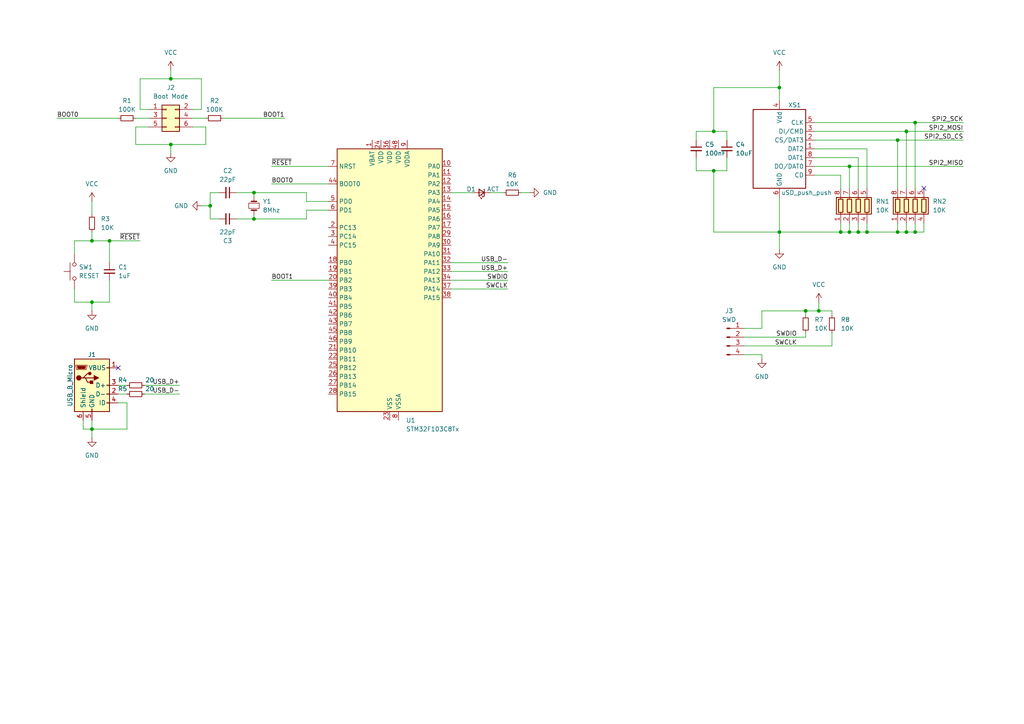
<source format=kicad_sch>
(kicad_sch (version 20231120) (generator "eeschema") (generator_version "8.0")
  (paper "A4")
  (lib_symbols
    (symbol "Connector:Conn_01x04_Pin" (pin_names (offset 1.016) hide)
      (property "Reference" "J" (at 0 5.08 0))
      (property "Value" "Conn_01x04_Pin" (at 0 -7.62 0))
      (symbol "Conn_01x04_Pin_1_1"
        (polyline (pts (xy 1.27 -5.08) (xy 0.8636 -5.08)) (stroke (width 0.1524)))
        (polyline (pts (xy 1.27 -2.54) (xy 0.8636 -2.54)) (stroke (width 0.1524)))
        (polyline (pts (xy 1.27 0) (xy 0.8636 0)) (stroke (width 0.1524)))
        (polyline (pts (xy 1.27 2.54) (xy 0.8636 2.54)) (stroke (width 0.1524)))
        (rectangle (start 0.8636 -4.953) (end 0 -5.207) (stroke (width 0.1524)) (fill (type outline)))
        (rectangle (start 0.8636 -2.413) (end 0 -2.667) (stroke (width 0.1524)) (fill (type outline)))
        (rectangle (start 0.8636 0.127) (end 0 -0.127) (stroke (width 0.1524)) (fill (type outline)))
        (rectangle (start 0.8636 2.667) (end 0 2.413) (stroke (width 0.1524)) (fill (type outline)))
        (pin passive line (at 5.08 2.54 180) (length 3.81) (name "Pin_1") (number "1"))
        (pin passive line (at 5.08 0 180) (length 3.81) (name "Pin_2") (number "2"))
        (pin passive line (at 5.08 -2.54 180) (length 3.81) (name "Pin_3") (number "3"))
        (pin passive line (at 5.08 -5.08 180) (length 3.81) (name "Pin_4") (number "4"))
      )
    )
    (symbol "Connector_Generic:Conn_02x03_Odd_Even" (pin_names (offset 1.016) hide)
      (property "Reference" "J" (at 1.27 5.08 0))
      (property "Value" "Conn_02x03_Odd_Even" (at 1.27 -5.08 0))
      (symbol "Conn_02x03_Odd_Even_1_1"
        (rectangle (start -1.27 -2.413) (end 0 -2.667) (stroke (width 0.1524)))
        (rectangle (start -1.27 0.127) (end 0 -0.127) (stroke (width 0.1524)))
        (rectangle (start -1.27 2.667) (end 0 2.413) (stroke (width 0.1524)))
        (rectangle (start -1.27 3.81) (end 3.81 -3.81) (stroke (width 0.254)) (fill (type background)))
        (rectangle (start 3.81 -2.413) (end 2.54 -2.667) (stroke (width 0.1524)))
        (rectangle (start 3.81 0.127) (end 2.54 -0.127) (stroke (width 0.1524)))
        (rectangle (start 3.81 2.667) (end 2.54 2.413) (stroke (width 0.1524)))
        (pin passive line (at -5.08 2.54 0) (length 3.81) (name "Pin_1") (number "1"))
        (pin passive line (at 7.62 2.54 180) (length 3.81) (name "Pin_2") (number "2"))
        (pin passive line (at -5.08 0 0) (length 3.81) (name "Pin_3") (number "3"))
        (pin passive line (at 7.62 0 180) (length 3.81) (name "Pin_4") (number "4"))
        (pin passive line (at -5.08 -2.54 0) (length 3.81) (name "Pin_5") (number "5"))
        (pin passive line (at 7.62 -2.54 180) (length 3.81) (name "Pin_6") (number "6"))
      )
    )
    (symbol "Device:C_Small" (pin_numbers hide) (pin_names (offset 0.254) hide)
      (property "Reference" "C" (at 0.254 1.778 0))
      (property "Value" "C_Small" (at 0.254 -2.032 0))
      (symbol "C_Small_0_1"
        (polyline (pts (xy -1.524 -0.508) (xy 1.524 -0.508)) (stroke (width 0.3302)))
        (polyline (pts (xy -1.524 0.508) (xy 1.524 0.508)) (stroke (width 0.3048)))
      )
      (symbol "C_Small_1_1"
        (pin passive line (at 0 2.54 270) (length 2.032) (name "~") (number "1"))
        (pin passive line (at 0 -2.54 90) (length 2.032) (name "~") (number "2"))
      )
    )
    (symbol "Device:Crystal_Small" (pin_numbers hide) (pin_names (offset 1.016) hide)
      (property "Reference" "Y" (at 0 2.54 0))
      (property "Value" "Crystal_Small" (at 0 -2.54 0))
      (symbol "Crystal_Small_0_1"
        (rectangle (start -0.762 -1.524) (end 0.762 1.524))
        (polyline (pts (xy -1.27 -0.762) (xy -1.27 0.762)) (stroke (width 0.381)))
        (polyline (pts (xy 1.27 -0.762) (xy 1.27 0.762)) (stroke (width 0.381)))
      )
      (symbol "Crystal_Small_1_1"
        (pin passive line (at -2.54 0 0) (length 1.27) (name "1") (number "1"))
        (pin passive line (at 2.54 0 180) (length 1.27) (name "2") (number "2"))
      )
    )
    (symbol "Device:LED_Small" (pin_numbers hide) (pin_names (offset 0.254) hide)
      (property "Reference" "D" (at -1.27 3.175 0))
      (property "Value" "LED_Small" (at -4.445 -2.54 0))
      (symbol "LED_Small_0_1"
        (polyline (pts (xy -0.762 -1.016) (xy -0.762 1.016)) (stroke (width 0.254)))
        (polyline (pts (xy 1.016 0) (xy -0.762 0)))
        (polyline (pts (xy 0.762 -1.016) (xy -0.762 0) (xy 0.762 1.016) (xy 0.762 -1.016)) (stroke (width 0.254)))
        (polyline (pts (xy 0 0.762) (xy -0.508 1.27) (xy -0.254 1.27) (xy -0.508 1.27) (xy -0.508 1.016)))
        (polyline (pts (xy 0.508 1.27) (xy 0 1.778) (xy 0.254 1.778) (xy 0 1.778) (xy 0 1.524)))
      )
      (symbol "LED_Small_1_1"
        (pin passive line (at -2.54 0 0) (length 1.778) (name "K") (number "1"))
        (pin passive line (at 2.54 0 180) (length 1.778) (name "A") (number "2"))
      )
    )
    (symbol "Device:R_Pack04" (pin_names (offset 0) hide)
      (property "Reference" "RN" (at -7.62 0 90))
      (property "Value" "R_Pack04" (at 5.08 0 90))
      (symbol "R_Pack04_0_1"
        (rectangle (start -6.35 -2.413) (end 3.81 2.413) (stroke (width 0.254)) (fill (type background)))
        (rectangle (start -5.715 1.905) (end -4.445 -1.905) (stroke (width 0.254)))
        (rectangle (start -3.175 1.905) (end -1.905 -1.905) (stroke (width 0.254)))
        (rectangle (start -0.635 1.905) (end 0.635 -1.905) (stroke (width 0.254)))
        (polyline (pts (xy -5.08 -2.54) (xy -5.08 -1.905)))
        (polyline (pts (xy -5.08 1.905) (xy -5.08 2.54)))
        (polyline (pts (xy -2.54 -2.54) (xy -2.54 -1.905)))
        (polyline (pts (xy -2.54 1.905) (xy -2.54 2.54)))
        (polyline (pts (xy 0 -2.54) (xy 0 -1.905)))
        (polyline (pts (xy 0 1.905) (xy 0 2.54)))
        (polyline (pts (xy 2.54 -2.54) (xy 2.54 -1.905)))
        (polyline (pts (xy 2.54 1.905) (xy 2.54 2.54)))
        (rectangle (start 1.905 1.905) (end 3.175 -1.905) (stroke (width 0.254)))
      )
      (symbol "R_Pack04_1_1"
        (pin passive line (at -5.08 -5.08 90) (length 2.54) (name "R1.1") (number "1"))
        (pin passive line (at -2.54 -5.08 90) (length 2.54) (name "R2.1") (number "2"))
        (pin passive line (at 0 -5.08 90) (length 2.54) (name "R3.1") (number "3"))
        (pin passive line (at 2.54 -5.08 90) (length 2.54) (name "R4.1") (number "4"))
        (pin passive line (at 2.54 5.08 270) (length 2.54) (name "R4.2") (number "5"))
        (pin passive line (at 0 5.08 270) (length 2.54) (name "R3.2") (number "6"))
        (pin passive line (at -2.54 5.08 270) (length 2.54) (name "R2.2") (number "7"))
        (pin passive line (at -5.08 5.08 270) (length 2.54) (name "R1.2") (number "8"))
      )
    )
    (symbol "Device:R_Small" (pin_numbers hide) (pin_names (offset 0.254) hide)
      (property "Reference" "R" (at 0.762 0.508 0))
      (property "Value" "R_Small" (at 0.762 -1.016 0))
      (symbol "R_Small_0_1"
        (rectangle (start -0.762 1.778) (end 0.762 -1.778) (stroke (width 0.2032)))
      )
      (symbol "R_Small_1_1"
        (pin passive line (at 0 2.54 270) (length 0.762) (name "~") (number "1"))
        (pin passive line (at 0 -2.54 90) (length 0.762) (name "~") (number "2"))
      )
    )
    (symbol "KungFuFlash-rescue:USB_B_Micro-Connector" (pin_names (offset 1.016))
      (property "Reference" "J" (at -5.08 11.43 0))
      (property "Value" "Connector_USB_B_Micro" (at -5.08 8.89 0))
      (symbol "USB_B_Micro-Connector_0_1"
        (rectangle (start -5.08 -7.62) (end 5.08 7.62) (stroke (width 0.254)) (fill (type background)))
        (circle (center -3.81 2.159) (radius 0.635) (stroke (width 0.254)) (fill (type outline)))
        (circle (center -0.635 3.429) (radius 0.381) (stroke (width 0.254)) (fill (type outline)))
        (rectangle (start -0.127 -7.62) (end 0.127 -6.858))
        (polyline (pts (xy -1.905 2.159) (xy 0.635 2.159)) (stroke (width 0.254)))
        (polyline (pts (xy -3.175 2.159) (xy -2.54 2.159) (xy -1.27 3.429) (xy -0.635 3.429)) (stroke (width 0.254)))
        (polyline (pts (xy -2.54 2.159) (xy -1.905 2.159) (xy -1.27 0.889) (xy 0 0.889)) (stroke (width 0.254)))
        (polyline (pts (xy 0.635 2.794) (xy 0.635 1.524) (xy 1.905 2.159) (xy 0.635 2.794)) (stroke (width 0.254)) (fill (type outline)))
        (polyline (pts (xy -4.318 5.588) (xy -1.778 5.588) (xy -2.032 4.826) (xy -4.064 4.826) (xy -4.318 5.588)) (fill (type outline)))
        (polyline (pts (xy -4.699 5.842) (xy -4.699 5.588) (xy -4.445 4.826) (xy -4.445 4.572) (xy -1.651 4.572) (xy -1.651 4.826) (xy -1.397 5.588) (xy -1.397 5.842) (xy -4.699 5.842)))
        (rectangle (start 0.254 1.27) (end -0.508 0.508) (stroke (width 0.254)) (fill (type outline)))
        (rectangle (start 5.08 -5.207) (end 4.318 -4.953))
        (rectangle (start 5.08 -2.667) (end 4.318 -2.413))
        (rectangle (start 5.08 -0.127) (end 4.318 0.127))
        (rectangle (start 5.08 4.953) (end 4.318 5.207))
      )
      (symbol "USB_B_Micro-Connector_1_1"
        (pin power_out line (at 7.62 5.08 180) (length 2.54) (name "VBUS") (number "1"))
        (pin passive line (at 7.62 -2.54 180) (length 2.54) (name "D-") (number "2"))
        (pin passive line (at 7.62 0 180) (length 2.54) (name "D+") (number "3"))
        (pin passive line (at 7.62 -5.08 180) (length 2.54) (name "ID") (number "4"))
        (pin power_out line (at 0 -10.16 90) (length 2.54) (name "GND") (number "5"))
        (pin passive line (at -2.54 -10.16 90) (length 2.54) (name "Shield") (number "6"))
      )
    )
    (symbol "MCU_ST_STM32F1:STM32F103C8Tx"
      (property "Reference" "U" (at -15.24 39.37 0))
      (property "Value" "STM32F103C8Tx" (at 7.62 39.37 0))
      (symbol "STM32F103C8Tx_0_1"
        (rectangle (start -15.24 -38.1) (end 15.24 38.1) (stroke (width 0.254)) (fill (type background)))
      )
      (symbol "STM32F103C8Tx_1_1"
        (pin power_in line (at -5.08 40.64 270) (length 2.54) (name "VBAT") (number "1"))
        (pin bidirectional line (at 17.78 33.02 180) (length 2.54) (name "PA0") (number "10"))
        (pin bidirectional line (at 17.78 30.48 180) (length 2.54) (name "PA1") (number "11"))
        (pin bidirectional line (at 17.78 27.94 180) (length 2.54) (name "PA2") (number "12"))
        (pin bidirectional line (at 17.78 25.4 180) (length 2.54) (name "PA3") (number "13"))
        (pin bidirectional line (at 17.78 22.86 180) (length 2.54) (name "PA4") (number "14"))
        (pin bidirectional line (at 17.78 20.32 180) (length 2.54) (name "PA5") (number "15"))
        (pin bidirectional line (at 17.78 17.78 180) (length 2.54) (name "PA6") (number "16"))
        (pin bidirectional line (at 17.78 15.24 180) (length 2.54) (name "PA7") (number "17"))
        (pin bidirectional line (at -17.78 5.08 0) (length 2.54) (name "PB0") (number "18"))
        (pin bidirectional line (at -17.78 2.54 0) (length 2.54) (name "PB1") (number "19"))
        (pin bidirectional line (at -17.78 15.24 0) (length 2.54) (name "PC13") (number "2"))
        (pin bidirectional line (at -17.78 0 0) (length 2.54) (name "PB2") (number "20"))
        (pin bidirectional line (at -17.78 -20.32 0) (length 2.54) (name "PB10") (number "21"))
        (pin bidirectional line (at -17.78 -22.86 0) (length 2.54) (name "PB11") (number "22"))
        (pin power_in line (at 0 -40.64 90) (length 2.54) (name "VSS") (number "23"))
        (pin power_in line (at -2.54 40.64 270) (length 2.54) (name "VDD") (number "24"))
        (pin bidirectional line (at -17.78 -25.4 0) (length 2.54) (name "PB12") (number "25"))
        (pin bidirectional line (at -17.78 -27.94 0) (length 2.54) (name "PB13") (number "26"))
        (pin bidirectional line (at -17.78 -30.48 0) (length 2.54) (name "PB14") (number "27"))
        (pin bidirectional line (at -17.78 -33.02 0) (length 2.54) (name "PB15") (number "28"))
        (pin bidirectional line (at 17.78 12.7 180) (length 2.54) (name "PA8") (number "29"))
        (pin bidirectional line (at -17.78 12.7 0) (length 2.54) (name "PC14") (number "3"))
        (pin bidirectional line (at 17.78 10.16 180) (length 2.54) (name "PA9") (number "30"))
        (pin bidirectional line (at 17.78 7.62 180) (length 2.54) (name "PA10") (number "31"))
        (pin bidirectional line (at 17.78 5.08 180) (length 2.54) (name "PA11") (number "32"))
        (pin bidirectional line (at 17.78 2.54 180) (length 2.54) (name "PA12") (number "33"))
        (pin bidirectional line (at 17.78 0 180) (length 2.54) (name "PA13") (number "34"))
        (pin passive line (at 0 -40.64 90) (length 2.54) hide (name "VSS") (number "35"))
        (pin power_in line (at 0 40.64 270) (length 2.54) (name "VDD") (number "36"))
        (pin bidirectional line (at 17.78 -2.54 180) (length 2.54) (name "PA14") (number "37"))
        (pin bidirectional line (at 17.78 -5.08 180) (length 2.54) (name "PA15") (number "38"))
        (pin bidirectional line (at -17.78 -2.54 0) (length 2.54) (name "PB3") (number "39"))
        (pin bidirectional line (at -17.78 10.16 0) (length 2.54) (name "PC15") (number "4"))
        (pin bidirectional line (at -17.78 -5.08 0) (length 2.54) (name "PB4") (number "40"))
        (pin bidirectional line (at -17.78 -7.62 0) (length 2.54) (name "PB5") (number "41"))
        (pin bidirectional line (at -17.78 -10.16 0) (length 2.54) (name "PB6") (number "42"))
        (pin bidirectional line (at -17.78 -12.7 0) (length 2.54) (name "PB7") (number "43"))
        (pin input line (at -17.78 27.94 0) (length 2.54) (name "BOOT0") (number "44"))
        (pin bidirectional line (at -17.78 -15.24 0) (length 2.54) (name "PB8") (number "45"))
        (pin bidirectional line (at -17.78 -17.78 0) (length 2.54) (name "PB9") (number "46"))
        (pin passive line (at 0 -40.64 90) (length 2.54) hide (name "VSS") (number "47"))
        (pin power_in line (at 2.54 40.64 270) (length 2.54) (name "VDD") (number "48"))
        (pin bidirectional line (at -17.78 22.86 0) (length 2.54) (name "PD0") (number "5"))
        (pin bidirectional line (at -17.78 20.32 0) (length 2.54) (name "PD1") (number "6"))
        (pin input line (at -17.78 33.02 0) (length 2.54) (name "NRST") (number "7"))
        (pin power_in line (at 2.54 -40.64 90) (length 2.54) (name "VSSA") (number "8"))
        (pin power_in line (at 5.08 40.64 270) (length 2.54) (name "VDDA") (number "9"))
      )
    )
    (symbol "Switch:SW_Push" (pin_numbers hide) (pin_names (offset 1.016) hide)
      (property "Reference" "SW" (at 1.27 2.54 0))
      (property "Value" "SW_Push" (at 0 -1.524 0))
      (symbol "SW_Push_0_1"
        (circle (center -2.032 0) (radius 0.508))
        (polyline (pts (xy 0 1.27) (xy 0 3.048)))
        (polyline (pts (xy 2.54 1.27) (xy -2.54 1.27)))
        (circle (center 2.032 0) (radius 0.508))
        (pin passive line (at -5.08 0 0) (length 2.54) (name "1") (number "1"))
        (pin passive line (at 5.08 0 180) (length 2.54) (name "2") (number "2"))
      )
    )
    (symbol "power:GND" (power) (pin_numbers hide) (pin_names (offset 0) hide)
      (property "Value" "GND" (at 0 -3.81 0))
      (symbol "GND_0_1"
        (polyline (pts (xy 0 0) (xy 0 -1.27) (xy 1.27 -1.27) (xy 0 -2.54) (xy -1.27 -1.27) (xy 0 -1.27)))
      )
      (symbol "GND_1_1"
        (pin power_in line (at 0 0 270) (length 0) (name "~") (number "1"))
      )
    )
    (symbol "power:VCC" (power) (pin_numbers hide) (pin_names (offset 0) hide)
      (property "Value" "VCC" (at 0 3.556 0))
      (symbol "VCC_0_1"
        (polyline (pts (xy -0.762 1.27) (xy 0 2.54)))
        (polyline (pts (xy 0 0) (xy 0 2.54)))
        (polyline (pts (xy 0 2.54) (xy 0.762 1.27)))
      )
      (symbol "VCC_1_1"
        (pin power_in line (at 0 0 90) (length 0) (name "~") (number "1"))
      )
    )
    (symbol "uSD_push-push_ebay:SD_ebay-uSD-push_push_SMD"
      (property "Reference" "XS" (at 5.08 -13.97 0))
      (property "Value" "SD_ebay-uSD-push_push_SMD" (at -11.43 -1.27 90))
      (symbol "SD_ebay-uSD-push_push_SMD_0_0"
        (rectangle (start 6.35 11.43) (end -8.89 -11.43) (stroke (width 0.254)))
      )
      (symbol "SD_ebay-uSD-push_push_SMD_1_1"
        (pin bidirectional line (at 8.89 0 180) (length 2.54) (name "DAT2") (number "1"))
        (pin input line (at 8.89 2.54 180) (length 2.54) (name "CS/DAT3") (number "2"))
        (pin input line (at 8.89 5.08 180) (length 2.54) (name "DI/CMD") (number "3"))
        (pin input line (at -1.27 13.97 270) (length 2.54) (name "Vdd") (number "4"))
        (pin input line (at 8.89 7.62 180) (length 2.54) (name "CLK") (number "5"))
        (pin input line (at -1.27 -13.97 90) (length 2.54) (name "GND") (number "6"))
        (pin input line (at 8.89 -5.08 180) (length 2.54) (name "DO/DAT0") (number "7"))
        (pin bidirectional line (at 8.89 -2.54 180) (length 2.54) (name "DAT1") (number "8"))
        (pin input line (at 8.89 -7.62 180) (length 2.54) (name "CD") (number "9"))
      )
    )
  )
  (junction (at 262.89 38.1))
  (junction (at 265.43 35.56))
  (junction (at 260.35 67.31))
  (junction (at 49.53 22.86))
  (junction (at 73.66 55.88))
  (junction (at 262.89 67.31))
  (junction (at 237.49 90.17))
  (junction (at 260.35 40.64))
  (junction (at 73.66 63.5))
  (junction (at 226.06 25.4))
  (junction (at 248.92 67.31))
  (junction (at 26.67 124.46))
  (junction (at 246.38 67.31))
  (junction (at 207.01 49.53))
  (junction (at 243.84 67.31))
  (junction (at 26.67 69.85))
  (junction (at 246.38 48.26))
  (junction (at 226.06 67.31))
  (junction (at 31.75 69.85))
  (junction (at 233.68 90.17))
  (junction (at 49.53 41.91))
  (junction (at 60.96 59.69))
  (junction (at 265.43 67.31))
  (junction (at 207.01 38.1))
  (junction (at 251.46 67.31))
  (junction (at 26.67 87.63))
  (no_connect (at 267.97 54.61))
  (no_connect (at 34.29 106.68))
  (wire (pts (xy 59.69 41.91) (xy 59.69 36.83)))
  (wire (pts (xy 68.58 55.88) (xy 73.66 55.88)))
  (wire (pts (xy 237.49 90.17) (xy 241.3 90.17)))
  (wire (pts (xy 58.42 22.86) (xy 49.53 22.86)))
  (wire (pts (xy 78.74 53.34) (xy 95.25 53.34)))
  (wire (pts (xy 243.84 67.31) (xy 246.38 67.31)))
  (wire (pts (xy 49.53 20.32) (xy 49.53 22.86)))
  (wire (pts (xy 246.38 48.26) (xy 246.38 54.61)))
  (wire (pts (xy 262.89 38.1) (xy 279.4 38.1)))
  (wire (pts (xy 151.13 55.88) (xy 153.67 55.88)))
  (wire (pts (xy 265.43 67.31) (xy 267.97 67.31)))
  (wire (pts (xy 265.43 35.56) (xy 265.43 54.61)))
  (wire (pts (xy 130.81 81.28) (xy 147.32 81.28)))
  (wire (pts (xy 60.96 59.69) (xy 60.96 55.88)))
  (wire (pts (xy 262.89 64.77) (xy 262.89 67.31)))
  (wire (pts (xy 26.67 124.46) (xy 36.83 124.46)))
  (wire (pts (xy 241.3 90.17) (xy 241.3 91.44)))
  (wire (pts (xy 260.35 40.64) (xy 260.35 54.61)))
  (wire (pts (xy 233.68 97.79) (xy 233.68 96.52)))
  (wire (pts (xy 31.75 87.63) (xy 31.75 81.28)))
  (wire (pts (xy 248.92 45.72) (xy 248.92 54.61)))
  (wire (pts (xy 226.06 57.15) (xy 226.06 67.31)))
  (wire (pts (xy 68.58 63.5) (xy 73.66 63.5)))
  (wire (pts (xy 73.66 55.88) (xy 88.9 55.88)))
  (wire (pts (xy 207.01 67.31) (xy 226.06 67.31)))
  (wire (pts (xy 130.81 78.74) (xy 147.32 78.74)))
  (wire (pts (xy 21.59 87.63) (xy 26.67 87.63)))
  (wire (pts (xy 58.42 59.69) (xy 60.96 59.69)))
  (wire (pts (xy 39.37 41.91) (xy 49.53 41.91)))
  (wire (pts (xy 24.13 124.46) (xy 26.67 124.46)))
  (wire (pts (xy 40.64 31.75) (xy 43.18 31.75)))
  (wire (pts (xy 78.74 48.26) (xy 95.25 48.26)))
  (wire (pts (xy 265.43 64.77) (xy 265.43 67.31)))
  (wire (pts (xy 34.29 114.3) (xy 36.83 114.3)))
  (wire (pts (xy 236.22 43.18) (xy 251.46 43.18)))
  (wire (pts (xy 16.51 34.29) (xy 34.29 34.29)))
  (wire (pts (xy 210.82 40.64) (xy 210.82 38.1)))
  (wire (pts (xy 236.22 38.1) (xy 262.89 38.1)))
  (wire (pts (xy 73.66 63.5) (xy 73.66 62.23)))
  (wire (pts (xy 88.9 55.88) (xy 88.9 58.42)))
  (wire (pts (xy 201.93 38.1) (xy 201.93 40.64)))
  (wire (pts (xy 207.01 25.4) (xy 226.06 25.4)))
  (wire (pts (xy 26.67 87.63) (xy 26.67 90.17)))
  (wire (pts (xy 73.66 63.5) (xy 88.9 63.5)))
  (wire (pts (xy 260.35 40.64) (xy 279.4 40.64)))
  (wire (pts (xy 21.59 69.85) (xy 26.67 69.85)))
  (wire (pts (xy 267.97 67.31) (xy 267.97 64.77)))
  (wire (pts (xy 34.29 111.76) (xy 36.83 111.76)))
  (wire (pts (xy 220.98 90.17) (xy 220.98 95.25)))
  (wire (pts (xy 243.84 50.8) (xy 236.22 50.8)))
  (wire (pts (xy 260.35 67.31) (xy 262.89 67.31)))
  (wire (pts (xy 207.01 38.1) (xy 201.93 38.1)))
  (wire (pts (xy 21.59 73.66) (xy 21.59 69.85)))
  (wire (pts (xy 142.24 55.88) (xy 146.05 55.88)))
  (wire (pts (xy 207.01 49.53) (xy 210.82 49.53)))
  (wire (pts (xy 130.81 83.82) (xy 147.32 83.82)))
  (wire (pts (xy 201.93 45.72) (xy 201.93 49.53)))
  (wire (pts (xy 260.35 64.77) (xy 260.35 67.31)))
  (wire (pts (xy 60.96 59.69) (xy 60.96 63.5)))
  (wire (pts (xy 226.06 25.4) (xy 226.06 29.21)))
  (wire (pts (xy 236.22 48.26) (xy 246.38 48.26)))
  (wire (pts (xy 49.53 41.91) (xy 59.69 41.91)))
  (wire (pts (xy 215.9 95.25) (xy 220.98 95.25)))
  (wire (pts (xy 251.46 43.18) (xy 251.46 54.61)))
  (wire (pts (xy 55.88 34.29) (xy 59.69 34.29)))
  (wire (pts (xy 207.01 49.53) (xy 207.01 67.31)))
  (wire (pts (xy 246.38 48.26) (xy 279.4 48.26)))
  (wire (pts (xy 26.67 69.85) (xy 31.75 69.85)))
  (wire (pts (xy 55.88 31.75) (xy 58.42 31.75)))
  (wire (pts (xy 58.42 31.75) (xy 58.42 22.86)))
  (wire (pts (xy 262.89 38.1) (xy 262.89 54.61)))
  (wire (pts (xy 237.49 90.17) (xy 237.49 87.63)))
  (wire (pts (xy 24.13 121.92) (xy 24.13 124.46)))
  (wire (pts (xy 78.74 81.28) (xy 95.25 81.28)))
  (wire (pts (xy 226.06 67.31) (xy 243.84 67.31)))
  (wire (pts (xy 60.96 55.88) (xy 63.5 55.88)))
  (wire (pts (xy 26.67 67.31) (xy 26.67 69.85)))
  (wire (pts (xy 26.67 124.46) (xy 26.67 127)))
  (wire (pts (xy 26.67 121.92) (xy 26.67 124.46)))
  (wire (pts (xy 243.84 54.61) (xy 243.84 50.8)))
  (wire (pts (xy 39.37 34.29) (xy 43.18 34.29)))
  (wire (pts (xy 220.98 102.87) (xy 220.98 104.14)))
  (wire (pts (xy 21.59 83.82) (xy 21.59 87.63)))
  (wire (pts (xy 88.9 58.42) (xy 95.25 58.42)))
  (wire (pts (xy 248.92 67.31) (xy 251.46 67.31)))
  (wire (pts (xy 88.9 60.96) (xy 95.25 60.96)))
  (wire (pts (xy 243.84 64.77) (xy 243.84 67.31)))
  (wire (pts (xy 64.77 34.29) (xy 82.55 34.29)))
  (wire (pts (xy 88.9 63.5) (xy 88.9 60.96)))
  (wire (pts (xy 262.89 67.31) (xy 265.43 67.31)))
  (wire (pts (xy 130.81 76.2) (xy 147.32 76.2)))
  (wire (pts (xy 43.18 36.83) (xy 39.37 36.83)))
  (wire (pts (xy 41.91 114.3) (xy 52.07 114.3)))
  (wire (pts (xy 59.69 36.83) (xy 55.88 36.83)))
  (wire (pts (xy 130.81 55.88) (xy 137.16 55.88)))
  (wire (pts (xy 265.43 35.56) (xy 279.4 35.56)))
  (wire (pts (xy 236.22 35.56) (xy 265.43 35.56)))
  (wire (pts (xy 201.93 49.53) (xy 207.01 49.53)))
  (wire (pts (xy 226.06 67.31) (xy 226.06 72.39)))
  (wire (pts (xy 226.06 20.32) (xy 226.06 25.4)))
  (wire (pts (xy 60.96 63.5) (xy 63.5 63.5)))
  (wire (pts (xy 31.75 69.85) (xy 31.75 76.2)))
  (wire (pts (xy 236.22 45.72) (xy 248.92 45.72)))
  (wire (pts (xy 40.64 22.86) (xy 40.64 31.75)))
  (wire (pts (xy 251.46 64.77) (xy 251.46 67.31)))
  (wire (pts (xy 233.68 90.17) (xy 237.49 90.17)))
  (wire (pts (xy 246.38 67.31) (xy 248.92 67.31)))
  (wire (pts (xy 251.46 67.31) (xy 260.35 67.31)))
  (wire (pts (xy 49.53 22.86) (xy 40.64 22.86)))
  (wire (pts (xy 39.37 36.83) (xy 39.37 41.91)))
  (wire (pts (xy 210.82 38.1) (xy 207.01 38.1)))
  (wire (pts (xy 210.82 49.53) (xy 210.82 45.72)))
  (wire (pts (xy 248.92 64.77) (xy 248.92 67.31)))
  (wire (pts (xy 41.91 111.76) (xy 52.07 111.76)))
  (wire (pts (xy 36.83 116.84) (xy 34.29 116.84)))
  (wire (pts (xy 36.83 124.46) (xy 36.83 116.84)))
  (wire (pts (xy 236.22 40.64) (xy 260.35 40.64)))
  (wire (pts (xy 207.01 38.1) (xy 207.01 25.4)))
  (wire (pts (xy 26.67 87.63) (xy 31.75 87.63)))
  (wire (pts (xy 246.38 64.77) (xy 246.38 67.31)))
  (wire (pts (xy 241.3 100.33) (xy 241.3 96.52)))
  (wire (pts (xy 233.68 90.17) (xy 233.68 91.44)))
  (wire (pts (xy 73.66 55.88) (xy 73.66 57.15)))
  (wire (pts (xy 26.67 58.42) (xy 26.67 62.23)))
  (wire (pts (xy 31.75 69.85) (xy 40.64 69.85)))
  (wire (pts (xy 49.53 41.91) (xy 49.53 44.45)))
  (wire (pts (xy 220.98 90.17) (xy 233.68 90.17)))
  (wire (pts (xy 215.9 102.87) (xy 220.98 102.87)))
  (wire (pts (xy 215.9 100.33) (xy 241.3 100.33)))
  (wire (pts (xy 215.9 97.79) (xy 233.68 97.79)))
  (label "SPI2_SCK" (at 279.4 35.56 180))
  (label "SWCLK" (at 147.32 83.82 180))
  (label "USB_D-" (at 52.07 114.3 180))
  (label "SPI2_MISO" (at 279.4 48.26 180))
  (label "BOOT1" (at 78.74 81.28 0))
  (label "SPI2_SD_CS" (at 279.4 40.64 180))
  (label "USB_D+" (at 147.32 78.74 180))
  (label "BOOT0" (at 78.74 53.34 0))
  (label "BOOT1" (at 82.55 34.29 180))
  (label "SPI2_MOSI" (at 279.4 38.1 180))
  (label "USB_D+" (at 52.07 111.76 180))
  (label "~{RESET}" (at 40.64 69.85 180))
  (label "SWDIO" (at 231.14 97.79 180))
  (label "BOOT0" (at 16.51 34.29 0))
  (label "SWDIO" (at 147.32 81.28 180))
  (label "USB_D-" (at 147.32 76.2 180))
  (label "SWCLK" (at 231.14 100.33 180))
  (label "~{RESET}" (at 78.74 48.26 0))
  (symbol (lib_id "power:GND") (at 49.53 44.45 0) (unit 1)
    (property "Reference" "#PWR01" (effects (hide yes)))
    (property "Value" "GND" (at 49.53 49.53 0))
    (property "Description" "Power symbol creates a global label with name \"GND\" , ground" (effects (hide yes)))
  )
  (symbol (lib_id "Device:R_Small") (at 62.23 34.29 90) (unit 1)
    (property "Reference" "R2" (at 62.23 29.21 90))
    (property "Value" "100K" (at 62.23 31.75 90))
    (property "Description" "Resistor, small symbol" (effects (hide yes)))
  )
  (symbol (lib_id "Device:R_Small") (at 241.3 93.98 0) (unit 1)
    (property "Reference" "R8" (at 243.84 92.7099 0) (effects (justify left)))
    (property "Value" "10K" (at 243.84 95.2499 0) (effects (justify left)))
    (property "Description" "Resistor, small symbol" (effects (hide yes)))
  )
  (symbol (lib_id "Device:R_Small") (at 36.83 34.29 90) (unit 1)
    (property "Reference" "R1" (at 36.83 29.21 90))
    (property "Value" "100K" (at 36.83 31.75 90))
    (property "Description" "Resistor, small symbol" (effects (hide yes)))
  )
  (symbol (lib_id "Device:R_Pack04") (at 248.92 59.69 0) (unit 1)
    (property "Reference" "RN1" (at 254 58.4199 0) (effects (justify left)))
    (property "Value" "10K" (at 254 60.9599 0) (effects (justify left)))
    (property "Description" "4 resistor network, parallel topology" (effects (hide yes)))
  )
  (symbol (lib_id "Device:C_Small") (at 201.93 43.18 0) (unit 1)
    (property "Reference" "C5" (at 204.47 41.9162 0) (effects (justify left)))
    (property "Value" "100nF" (at 204.47 44.4562 0) (effects (justify left)))
    (property "Description" "Unpolarized capacitor, small symbol" (effects (hide yes)))
  )
  (symbol (lib_id "power:VCC") (at 26.67 58.42 0) (unit 1)
    (property "Reference" "#PWR04" (effects (hide yes)))
    (property "Value" "VCC" (at 26.67 53.34 0))
    (property "Description" "Power symbol creates a global label with name \"VCC\"" (effects (hide yes)))
  )
  (symbol (lib_id "Connector:Conn_01x04_Pin") (at 210.82 97.79 0) (unit 1)
    (property "Reference" "J3" (at 211.455 90.17 0))
    (property "Value" "SWD" (at 211.455 92.71 0))
    (property "Description" "Generic connector, single row, 01x04, script generated" (effects (hide yes)))
  )
  (symbol (lib_id "Connector_Generic:Conn_02x03_Odd_Even") (at 48.26 34.29 0) (unit 1)
    (property "Reference" "J2" (at 49.53 25.4 0))
    (property "Value" "Boot Mode" (at 49.53 27.94 0))
    (property "Description" "Generic connector, double row, 02x03, odd/even pin numbering scheme (row 1 odd numbers, row 2 even numbers), script generated (kicad-library-utils/schlib/autogen/connector/)" (effects (hide yes)))
  )
  (symbol (lib_id "Device:R_Pack04") (at 265.43 59.69 0) (unit 1)
    (property "Reference" "RN2" (at 270.51 58.4199 0) (effects (justify left)))
    (property "Value" "10K" (at 270.51 60.9599 0) (effects (justify left)))
    (property "Description" "4 resistor network, parallel topology" (effects (hide yes)))
  )
  (symbol (lib_id "Device:R_Small") (at 26.67 64.77 180) (unit 1)
    (property "Reference" "R3" (at 29.21 63.4999 0) (effects (justify right)))
    (property "Value" "10K" (at 29.21 66.0399 0) (effects (justify right)))
    (property "Description" "Resistor, small symbol" (effects (hide yes)))
  )
  (symbol (lib_id "power:VCC") (at 237.49 87.63 0) (unit 1)
    (property "Reference" "#PWR010" (effects (hide yes)))
    (property "Value" "VCC" (at 237.49 82.55 0))
    (property "Description" "Power symbol creates a global label with name \"VCC\"" (effects (hide yes)))
  )
  (symbol (lib_id "power:VCC") (at 49.53 20.32 0) (unit 1)
    (property "Reference" "#PWR02" (effects (hide yes)))
    (property "Value" "VCC" (at 49.53 15.24 0))
    (property "Description" "Power symbol creates a global label with name \"VCC\"" (effects (hide yes)))
  )
  (symbol (lib_id "power:GND") (at 153.67 55.88 90) (unit 1)
    (property "Reference" "#PWR09" (effects (hide yes)))
    (property "Value" "GND" (at 157.48 55.8799 90) (effects (justify right)))
    (property "Description" "Power symbol creates a global label with name \"GND\" , ground" (effects (hide yes)))
  )
  (symbol (lib_id "Device:Crystal_Small") (at 73.66 59.69 270) (unit 1)
    (property "Reference" "Y1" (at 76.2 58.4199 90) (effects (justify left)))
    (property "Value" "8Mhz" (at 76.2 60.9599 90) (effects (justify left)))
    (property "Description" "Two pin crystal, small symbol" (effects (hide yes)))
  )
  (symbol (lib_id "Device:C_Small") (at 66.04 55.88 270) (unit 1)
    (property "Reference" "C2" (at 66.0336 49.53 90))
    (property "Value" "22pF" (at 66.0336 52.07 90))
    (property "Description" "Unpolarized capacitor, small symbol" (effects (hide yes)))
  )
  (symbol (lib_id "KungFuFlash-rescue:USB_B_Micro-Connector") (at 26.67 111.76 0) (unit 1)
    (property "Reference" "J1" (at 26.67 102.87 0))
    (property "Value" "USB_B_Micro" (at 20.32 111.76 90))
    (property "Footprint" "mod:Conn_USBmicro-B_ebay-side_TH" (effects (hide yes)))
  )
  (symbol (lib_id "Device:R_Small") (at 39.37 111.76 270) (unit 1)
    (property "Reference" "R4" (at 35.56 110.236 90))
    (property "Value" "20" (at 43.434 110.236 90))
    (property "Description" "Resistor, small symbol" (effects (hide yes)))
  )
  (symbol (lib_id "power:GND") (at 58.42 59.69 270) (unit 1)
    (property "Reference" "#PWR06" (effects (hide yes)))
    (property "Value" "GND" (at 54.61 59.6899 90) (effects (justify right)))
    (property "Description" "Power symbol creates a global label with name \"GND\" , ground" (effects (hide yes)))
  )
  (symbol (lib_id "power:GND") (at 226.06 72.39 0) (unit 1)
    (property "Reference" "#PWR07" (effects (hide yes)))
    (property "Value" "GND" (at 226.06 77.47 0))
    (property "Description" "Power symbol creates a global label with name \"GND\" , ground" (effects (hide yes)))
  )
  (symbol (lib_id "Device:LED_Small") (at 139.7 55.88 180) (unit 1)
    (property "Reference" "D1" (at 136.652 54.864 0))
    (property "Value" "ACT" (at 143.002 54.864 0))
    (property "Description" "Light emitting diode, small symbol" (effects (hide yes)))
  )
  (symbol (lib_id "Device:C_Small") (at 66.04 63.5 270) (mirror x) (unit 1)
    (property "Reference" "C3" (at 66.0336 69.85 90))
    (property "Value" "22pF" (at 66.0336 67.31 90))
    (property "Description" "Unpolarized capacitor, small symbol" (effects (hide yes)))
  )
  (symbol (lib_id "power:VCC") (at 226.06 20.32 0) (unit 1)
    (property "Reference" "#PWR08" (effects (hide yes)))
    (property "Value" "VCC" (at 226.06 15.24 0))
    (property "Description" "Power symbol creates a global label with name \"VCC\"" (effects (hide yes)))
  )
  (symbol (lib_id "uSD_push-push_ebay:SD_ebay-uSD-push_push_SMD") (at 227.33 43.18 0) (unit 1)
    (property "Reference" "XS1" (at 232.41 30.48 0) (effects (justify right)))
    (property "Value" "uSD_push_push" (at 241.3 55.88 0) (effects (justify right)))
    (property "Footprint" "mod:Conn_uSDcard" (effects (hide yes)))
    (property "Datasheet" "_" (effects (hide yes)))
    (property "Manf#" "_" (effects (hide yes)))
    (property "Manf" "ebay" (effects (hide yes)))
  )
  (symbol (lib_id "Switch:SW_Push") (at 21.59 78.74 90) (unit 1)
    (property "Reference" "SW1" (at 22.86 77.4699 90) (effects (justify right)))
    (property "Value" "RESET" (at 22.86 80.0099 90) (effects (justify right)))
    (property "Description" "Push button switch, generic, two pins" (effects (hide yes)))
  )
  (symbol (lib_id "Device:R_Small") (at 39.37 114.3 270) (unit 1)
    (property "Reference" "R5" (at 35.56 112.776 90))
    (property "Value" "20" (at 43.434 112.776 90))
    (property "Description" "Resistor, small symbol" (effects (hide yes)))
  )
  (symbol (lib_id "Device:C_Small") (at 31.75 78.74 0) (unit 1)
    (property "Reference" "C1" (at 34.29 77.4762 0) (effects (justify left)))
    (property "Value" "1uF" (at 34.29 80.0162 0) (effects (justify left)))
    (property "Description" "Unpolarized capacitor, small symbol" (effects (hide yes)))
  )
  (symbol (lib_id "Device:C_Small") (at 210.82 43.18 0) (unit 1)
    (property "Reference" "C4" (at 213.36 41.9162 0) (effects (justify left)))
    (property "Value" "10uF" (at 213.36 44.4562 0) (effects (justify left)))
    (property "Description" "Unpolarized capacitor, small symbol" (effects (hide yes)))
  )
  (symbol (lib_id "power:GND") (at 26.67 90.17 0) (unit 1)
    (property "Reference" "#PWR03" (effects (hide yes)))
    (property "Value" "GND" (at 26.67 95.25 0))
    (property "Description" "Power symbol creates a global label with name \"GND\" , ground" (effects (hide yes)))
  )
  (symbol (lib_id "MCU_ST_STM32F1:STM32F103C8Tx") (at 113.03 81.28 0) (unit 1)
    (property "Reference" "U1" (at 117.7641 121.92 0) (effects (justify left)))
    (property "Value" "STM32F103C8Tx" (at 117.7641 124.46 0) (effects (justify left)))
    (property "Footprint" "Package_QFP:LQFP-48_7x7mm_P0.5mm" (effects (hide yes)))
    (property "Datasheet" "https://www.st.com/resource/en/datasheet/stm32f103c8.pdf" (effects (hide yes)))
    (property "Description" "STMicroelectronics Arm Cortex-M3 MCU, 64KB flash, 20KB RAM, 72 MHz, 2.0-3.6V, 37 GPIO, LQFP48" (effects (hide yes)))
  )
  (symbol (lib_id "Device:R_Small") (at 148.59 55.88 90) (unit 1)
    (property "Reference" "R6" (at 148.59 50.8 90))
    (property "Value" "10K" (at 148.59 53.34 90))
    (property "Description" "Resistor, small symbol" (effects (hide yes)))
  )
  (symbol (lib_id "Device:R_Small") (at 233.68 93.98 0) (unit 1)
    (property "Reference" "R7" (at 236.22 92.7099 0) (effects (justify left)))
    (property "Value" "10K" (at 236.22 95.2499 0) (effects (justify left)))
    (property "Description" "Resistor, small symbol" (effects (hide yes)))
  )
  (symbol (lib_id "power:GND") (at 26.67 127 0) (unit 1)
    (property "Reference" "#PWR05" (effects (hide yes)))
    (property "Value" "GND" (at 26.67 132.08 0))
    (property "Description" "Power symbol creates a global label with name \"GND\" , ground" (effects (hide yes)))
  )
  (symbol (lib_id "power:GND") (at 220.98 104.14 0) (unit 1)
    (property "Reference" "#PWR011" (effects (hide yes)))
    (property "Value" "GND" (at 220.98 109.22 0))
    (property "Description" "Power symbol creates a global label with name \"GND\" , ground" (effects (hide yes)))
  )
)
</source>
